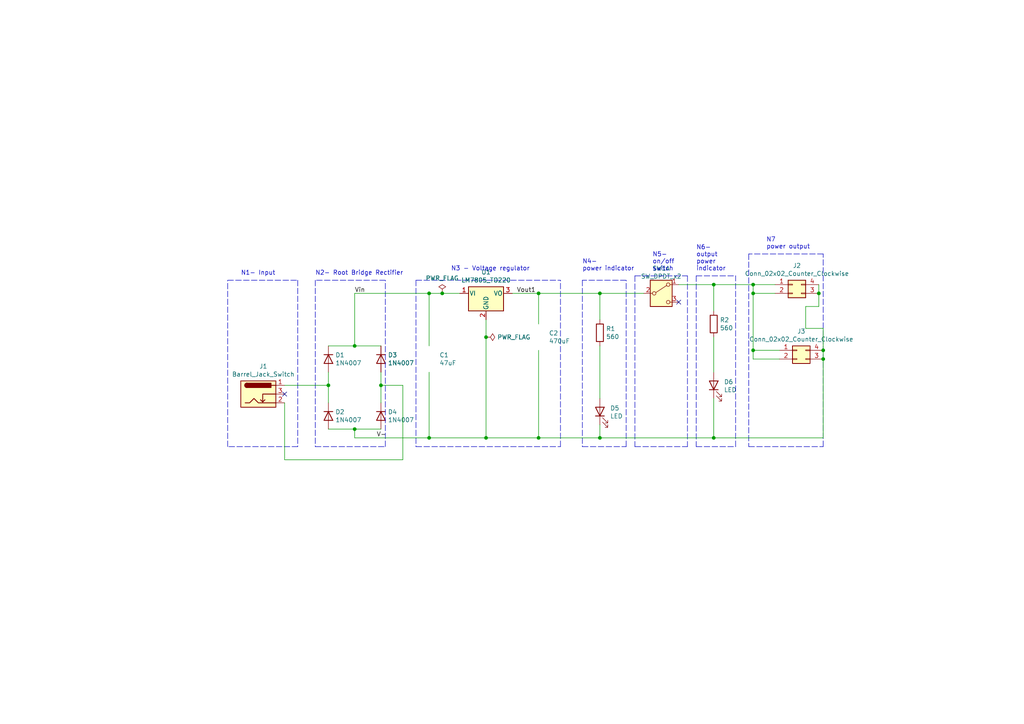
<source format=kicad_sch>
(kicad_sch
	(version 20250114)
	(generator "eeschema")
	(generator_version "9.0")
	(uuid "10b02dc8-7982-4905-b040-838504926ec3")
	(paper "A4")
	(title_block
		(title "Breadboard PW")
	)
	(lib_symbols
		(symbol "Connector:Barrel_Jack_Switch"
			(pin_names
				(hide yes)
			)
			(exclude_from_sim no)
			(in_bom yes)
			(on_board yes)
			(property "Reference" "J"
				(at 0 5.334 0)
				(effects
					(font
						(size 1.27 1.27)
					)
				)
			)
			(property "Value" "Barrel_Jack_Switch"
				(at 0 -5.08 0)
				(effects
					(font
						(size 1.27 1.27)
					)
				)
			)
			(property "Footprint" ""
				(at 1.27 -1.016 0)
				(effects
					(font
						(size 1.27 1.27)
					)
					(hide yes)
				)
			)
			(property "Datasheet" "~"
				(at 1.27 -1.016 0)
				(effects
					(font
						(size 1.27 1.27)
					)
					(hide yes)
				)
			)
			(property "Description" "DC Barrel Jack with an internal switch"
				(at 0 0 0)
				(effects
					(font
						(size 1.27 1.27)
					)
					(hide yes)
				)
			)
			(property "ki_keywords" "DC power barrel jack connector"
				(at 0 0 0)
				(effects
					(font
						(size 1.27 1.27)
					)
					(hide yes)
				)
			)
			(property "ki_fp_filters" "BarrelJack*"
				(at 0 0 0)
				(effects
					(font
						(size 1.27 1.27)
					)
					(hide yes)
				)
			)
			(symbol "Barrel_Jack_Switch_0_1"
				(rectangle
					(start -5.08 3.81)
					(end 5.08 -3.81)
					(stroke
						(width 0.254)
						(type default)
					)
					(fill
						(type background)
					)
				)
				(polyline
					(pts
						(xy -3.81 -2.54) (xy -2.54 -2.54) (xy -1.27 -1.27) (xy 0 -2.54) (xy 2.54 -2.54) (xy 5.08 -2.54)
					)
					(stroke
						(width 0.254)
						(type default)
					)
					(fill
						(type none)
					)
				)
				(arc
					(start -3.302 1.905)
					(mid -3.9343 2.54)
					(end -3.302 3.175)
					(stroke
						(width 0.254)
						(type default)
					)
					(fill
						(type none)
					)
				)
				(arc
					(start -3.302 1.905)
					(mid -3.9343 2.54)
					(end -3.302 3.175)
					(stroke
						(width 0.254)
						(type default)
					)
					(fill
						(type outline)
					)
				)
				(polyline
					(pts
						(xy 1.27 -2.286) (xy 1.905 -1.651)
					)
					(stroke
						(width 0.254)
						(type default)
					)
					(fill
						(type none)
					)
				)
				(rectangle
					(start 3.683 3.175)
					(end -3.302 1.905)
					(stroke
						(width 0.254)
						(type default)
					)
					(fill
						(type outline)
					)
				)
				(polyline
					(pts
						(xy 5.08 2.54) (xy 3.81 2.54)
					)
					(stroke
						(width 0.254)
						(type default)
					)
					(fill
						(type none)
					)
				)
				(polyline
					(pts
						(xy 5.08 0) (xy 1.27 0) (xy 1.27 -2.286) (xy 0.635 -1.651)
					)
					(stroke
						(width 0.254)
						(type default)
					)
					(fill
						(type none)
					)
				)
			)
			(symbol "Barrel_Jack_Switch_1_1"
				(pin passive line
					(at 7.62 2.54 180)
					(length 2.54)
					(name "~"
						(effects
							(font
								(size 1.27 1.27)
							)
						)
					)
					(number "1"
						(effects
							(font
								(size 1.27 1.27)
							)
						)
					)
				)
				(pin passive line
					(at 7.62 0 180)
					(length 2.54)
					(name "~"
						(effects
							(font
								(size 1.27 1.27)
							)
						)
					)
					(number "3"
						(effects
							(font
								(size 1.27 1.27)
							)
						)
					)
				)
				(pin passive line
					(at 7.62 -2.54 180)
					(length 2.54)
					(name "~"
						(effects
							(font
								(size 1.27 1.27)
							)
						)
					)
					(number "2"
						(effects
							(font
								(size 1.27 1.27)
							)
						)
					)
				)
			)
			(embedded_fonts no)
		)
		(symbol "Connector_Generic:Conn_02x02_Counter_Clockwise"
			(pin_names
				(offset 1.016)
				(hide yes)
			)
			(exclude_from_sim no)
			(in_bom yes)
			(on_board yes)
			(property "Reference" "J"
				(at 1.27 2.54 0)
				(effects
					(font
						(size 1.27 1.27)
					)
				)
			)
			(property "Value" "Conn_02x02_Counter_Clockwise"
				(at 1.27 -5.08 0)
				(effects
					(font
						(size 1.27 1.27)
					)
				)
			)
			(property "Footprint" ""
				(at 0 0 0)
				(effects
					(font
						(size 1.27 1.27)
					)
					(hide yes)
				)
			)
			(property "Datasheet" "~"
				(at 0 0 0)
				(effects
					(font
						(size 1.27 1.27)
					)
					(hide yes)
				)
			)
			(property "Description" "Generic connector, double row, 02x02, counter clockwise pin numbering scheme (similar to DIP package numbering), script generated (kicad-library-utils/schlib/autogen/connector/)"
				(at 0 0 0)
				(effects
					(font
						(size 1.27 1.27)
					)
					(hide yes)
				)
			)
			(property "ki_keywords" "connector"
				(at 0 0 0)
				(effects
					(font
						(size 1.27 1.27)
					)
					(hide yes)
				)
			)
			(property "ki_fp_filters" "Connector*:*_2x??_*"
				(at 0 0 0)
				(effects
					(font
						(size 1.27 1.27)
					)
					(hide yes)
				)
			)
			(symbol "Conn_02x02_Counter_Clockwise_1_1"
				(rectangle
					(start -1.27 1.27)
					(end 3.81 -3.81)
					(stroke
						(width 0.254)
						(type default)
					)
					(fill
						(type background)
					)
				)
				(rectangle
					(start -1.27 0.127)
					(end 0 -0.127)
					(stroke
						(width 0.1524)
						(type default)
					)
					(fill
						(type none)
					)
				)
				(rectangle
					(start -1.27 -2.413)
					(end 0 -2.667)
					(stroke
						(width 0.1524)
						(type default)
					)
					(fill
						(type none)
					)
				)
				(rectangle
					(start 3.81 0.127)
					(end 2.54 -0.127)
					(stroke
						(width 0.1524)
						(type default)
					)
					(fill
						(type none)
					)
				)
				(rectangle
					(start 3.81 -2.413)
					(end 2.54 -2.667)
					(stroke
						(width 0.1524)
						(type default)
					)
					(fill
						(type none)
					)
				)
				(pin passive line
					(at -5.08 0 0)
					(length 3.81)
					(name "Pin_1"
						(effects
							(font
								(size 1.27 1.27)
							)
						)
					)
					(number "1"
						(effects
							(font
								(size 1.27 1.27)
							)
						)
					)
				)
				(pin passive line
					(at -5.08 -2.54 0)
					(length 3.81)
					(name "Pin_2"
						(effects
							(font
								(size 1.27 1.27)
							)
						)
					)
					(number "2"
						(effects
							(font
								(size 1.27 1.27)
							)
						)
					)
				)
				(pin passive line
					(at 7.62 0 180)
					(length 3.81)
					(name "Pin_4"
						(effects
							(font
								(size 1.27 1.27)
							)
						)
					)
					(number "4"
						(effects
							(font
								(size 1.27 1.27)
							)
						)
					)
				)
				(pin passive line
					(at 7.62 -2.54 180)
					(length 3.81)
					(name "Pin_3"
						(effects
							(font
								(size 1.27 1.27)
							)
						)
					)
					(number "3"
						(effects
							(font
								(size 1.27 1.27)
							)
						)
					)
				)
			)
			(embedded_fonts no)
		)
		(symbol "Device:LED"
			(pin_numbers
				(hide yes)
			)
			(pin_names
				(offset 1.016)
				(hide yes)
			)
			(exclude_from_sim no)
			(in_bom yes)
			(on_board yes)
			(property "Reference" "D"
				(at 0 2.54 0)
				(effects
					(font
						(size 1.27 1.27)
					)
				)
			)
			(property "Value" "LED"
				(at 0 -2.54 0)
				(effects
					(font
						(size 1.27 1.27)
					)
				)
			)
			(property "Footprint" ""
				(at 0 0 0)
				(effects
					(font
						(size 1.27 1.27)
					)
					(hide yes)
				)
			)
			(property "Datasheet" "~"
				(at 0 0 0)
				(effects
					(font
						(size 1.27 1.27)
					)
					(hide yes)
				)
			)
			(property "Description" "Light emitting diode"
				(at 0 0 0)
				(effects
					(font
						(size 1.27 1.27)
					)
					(hide yes)
				)
			)
			(property "Sim.Pins" "1=K 2=A"
				(at 0 0 0)
				(effects
					(font
						(size 1.27 1.27)
					)
					(hide yes)
				)
			)
			(property "ki_keywords" "LED diode"
				(at 0 0 0)
				(effects
					(font
						(size 1.27 1.27)
					)
					(hide yes)
				)
			)
			(property "ki_fp_filters" "LED* LED_SMD:* LED_THT:*"
				(at 0 0 0)
				(effects
					(font
						(size 1.27 1.27)
					)
					(hide yes)
				)
			)
			(symbol "LED_0_1"
				(polyline
					(pts
						(xy -3.048 -0.762) (xy -4.572 -2.286) (xy -3.81 -2.286) (xy -4.572 -2.286) (xy -4.572 -1.524)
					)
					(stroke
						(width 0)
						(type default)
					)
					(fill
						(type none)
					)
				)
				(polyline
					(pts
						(xy -1.778 -0.762) (xy -3.302 -2.286) (xy -2.54 -2.286) (xy -3.302 -2.286) (xy -3.302 -1.524)
					)
					(stroke
						(width 0)
						(type default)
					)
					(fill
						(type none)
					)
				)
				(polyline
					(pts
						(xy -1.27 0) (xy 1.27 0)
					)
					(stroke
						(width 0)
						(type default)
					)
					(fill
						(type none)
					)
				)
				(polyline
					(pts
						(xy -1.27 -1.27) (xy -1.27 1.27)
					)
					(stroke
						(width 0.254)
						(type default)
					)
					(fill
						(type none)
					)
				)
				(polyline
					(pts
						(xy 1.27 -1.27) (xy 1.27 1.27) (xy -1.27 0) (xy 1.27 -1.27)
					)
					(stroke
						(width 0.254)
						(type default)
					)
					(fill
						(type none)
					)
				)
			)
			(symbol "LED_1_1"
				(pin passive line
					(at -3.81 0 0)
					(length 2.54)
					(name "K"
						(effects
							(font
								(size 1.27 1.27)
							)
						)
					)
					(number "1"
						(effects
							(font
								(size 1.27 1.27)
							)
						)
					)
				)
				(pin passive line
					(at 3.81 0 180)
					(length 2.54)
					(name "A"
						(effects
							(font
								(size 1.27 1.27)
							)
						)
					)
					(number "2"
						(effects
							(font
								(size 1.27 1.27)
							)
						)
					)
				)
			)
			(embedded_fonts no)
		)
		(symbol "Device:R"
			(pin_numbers
				(hide yes)
			)
			(pin_names
				(offset 0)
			)
			(exclude_from_sim no)
			(in_bom yes)
			(on_board yes)
			(property "Reference" "R"
				(at 2.032 0 90)
				(effects
					(font
						(size 1.27 1.27)
					)
				)
			)
			(property "Value" "R"
				(at 0 0 90)
				(effects
					(font
						(size 1.27 1.27)
					)
				)
			)
			(property "Footprint" ""
				(at -1.778 0 90)
				(effects
					(font
						(size 1.27 1.27)
					)
					(hide yes)
				)
			)
			(property "Datasheet" "~"
				(at 0 0 0)
				(effects
					(font
						(size 1.27 1.27)
					)
					(hide yes)
				)
			)
			(property "Description" "Resistor"
				(at 0 0 0)
				(effects
					(font
						(size 1.27 1.27)
					)
					(hide yes)
				)
			)
			(property "ki_keywords" "R res resistor"
				(at 0 0 0)
				(effects
					(font
						(size 1.27 1.27)
					)
					(hide yes)
				)
			)
			(property "ki_fp_filters" "R_*"
				(at 0 0 0)
				(effects
					(font
						(size 1.27 1.27)
					)
					(hide yes)
				)
			)
			(symbol "R_0_1"
				(rectangle
					(start -1.016 -2.54)
					(end 1.016 2.54)
					(stroke
						(width 0.254)
						(type default)
					)
					(fill
						(type none)
					)
				)
			)
			(symbol "R_1_1"
				(pin passive line
					(at 0 3.81 270)
					(length 1.27)
					(name "~"
						(effects
							(font
								(size 1.27 1.27)
							)
						)
					)
					(number "1"
						(effects
							(font
								(size 1.27 1.27)
							)
						)
					)
				)
				(pin passive line
					(at 0 -3.81 90)
					(length 1.27)
					(name "~"
						(effects
							(font
								(size 1.27 1.27)
							)
						)
					)
					(number "2"
						(effects
							(font
								(size 1.27 1.27)
							)
						)
					)
				)
			)
			(embedded_fonts no)
		)
		(symbol "Diode:1N4007"
			(pin_numbers
				(hide yes)
			)
			(pin_names
				(hide yes)
			)
			(exclude_from_sim no)
			(in_bom yes)
			(on_board yes)
			(property "Reference" "D"
				(at 0 2.54 0)
				(effects
					(font
						(size 1.27 1.27)
					)
				)
			)
			(property "Value" "1N4007"
				(at 0 -2.54 0)
				(effects
					(font
						(size 1.27 1.27)
					)
				)
			)
			(property "Footprint" "Diode_THT:D_DO-41_SOD81_P10.16mm_Horizontal"
				(at 0 -4.445 0)
				(effects
					(font
						(size 1.27 1.27)
					)
					(hide yes)
				)
			)
			(property "Datasheet" "http://www.vishay.com/docs/88503/1n4001.pdf"
				(at 0 0 0)
				(effects
					(font
						(size 1.27 1.27)
					)
					(hide yes)
				)
			)
			(property "Description" "1000V 1A General Purpose Rectifier Diode, DO-41"
				(at 0 0 0)
				(effects
					(font
						(size 1.27 1.27)
					)
					(hide yes)
				)
			)
			(property "Sim.Device" "D"
				(at 0 0 0)
				(effects
					(font
						(size 1.27 1.27)
					)
					(hide yes)
				)
			)
			(property "Sim.Pins" "1=K 2=A"
				(at 0 0 0)
				(effects
					(font
						(size 1.27 1.27)
					)
					(hide yes)
				)
			)
			(property "ki_keywords" "diode"
				(at 0 0 0)
				(effects
					(font
						(size 1.27 1.27)
					)
					(hide yes)
				)
			)
			(property "ki_fp_filters" "D*DO?41*"
				(at 0 0 0)
				(effects
					(font
						(size 1.27 1.27)
					)
					(hide yes)
				)
			)
			(symbol "1N4007_0_1"
				(polyline
					(pts
						(xy -1.27 1.27) (xy -1.27 -1.27)
					)
					(stroke
						(width 0.254)
						(type default)
					)
					(fill
						(type none)
					)
				)
				(polyline
					(pts
						(xy 1.27 1.27) (xy 1.27 -1.27) (xy -1.27 0) (xy 1.27 1.27)
					)
					(stroke
						(width 0.254)
						(type default)
					)
					(fill
						(type none)
					)
				)
				(polyline
					(pts
						(xy 1.27 0) (xy -1.27 0)
					)
					(stroke
						(width 0)
						(type default)
					)
					(fill
						(type none)
					)
				)
			)
			(symbol "1N4007_1_1"
				(pin passive line
					(at -3.81 0 0)
					(length 2.54)
					(name "K"
						(effects
							(font
								(size 1.27 1.27)
							)
						)
					)
					(number "1"
						(effects
							(font
								(size 1.27 1.27)
							)
						)
					)
				)
				(pin passive line
					(at 3.81 0 180)
					(length 2.54)
					(name "A"
						(effects
							(font
								(size 1.27 1.27)
							)
						)
					)
					(number "2"
						(effects
							(font
								(size 1.27 1.27)
							)
						)
					)
				)
			)
			(embedded_fonts no)
		)
		(symbol "Regulator_Linear:LM7805_TO220"
			(pin_names
				(offset 0.254)
			)
			(exclude_from_sim no)
			(in_bom yes)
			(on_board yes)
			(property "Reference" "U"
				(at -3.81 3.175 0)
				(effects
					(font
						(size 1.27 1.27)
					)
				)
			)
			(property "Value" "LM7805_TO220"
				(at 0 3.175 0)
				(effects
					(font
						(size 1.27 1.27)
					)
					(justify left)
				)
			)
			(property "Footprint" "Package_TO_SOT_THT:TO-220-3_Vertical"
				(at 0 5.715 0)
				(effects
					(font
						(size 1.27 1.27)
						(italic yes)
					)
					(hide yes)
				)
			)
			(property "Datasheet" "https://www.onsemi.cn/PowerSolutions/document/MC7800-D.PDF"
				(at 0 -1.27 0)
				(effects
					(font
						(size 1.27 1.27)
					)
					(hide yes)
				)
			)
			(property "Description" "Positive 1A 35V Linear Regulator, Fixed Output 5V, TO-220"
				(at 0 0 0)
				(effects
					(font
						(size 1.27 1.27)
					)
					(hide yes)
				)
			)
			(property "ki_keywords" "Voltage Regulator 1A Positive"
				(at 0 0 0)
				(effects
					(font
						(size 1.27 1.27)
					)
					(hide yes)
				)
			)
			(property "ki_fp_filters" "TO?220*"
				(at 0 0 0)
				(effects
					(font
						(size 1.27 1.27)
					)
					(hide yes)
				)
			)
			(symbol "LM7805_TO220_0_1"
				(rectangle
					(start -5.08 1.905)
					(end 5.08 -5.08)
					(stroke
						(width 0.254)
						(type default)
					)
					(fill
						(type background)
					)
				)
			)
			(symbol "LM7805_TO220_1_1"
				(pin power_in line
					(at -7.62 0 0)
					(length 2.54)
					(name "VI"
						(effects
							(font
								(size 1.27 1.27)
							)
						)
					)
					(number "1"
						(effects
							(font
								(size 1.27 1.27)
							)
						)
					)
				)
				(pin power_in line
					(at 0 -7.62 90)
					(length 2.54)
					(name "GND"
						(effects
							(font
								(size 1.27 1.27)
							)
						)
					)
					(number "2"
						(effects
							(font
								(size 1.27 1.27)
							)
						)
					)
				)
				(pin power_out line
					(at 7.62 0 180)
					(length 2.54)
					(name "VO"
						(effects
							(font
								(size 1.27 1.27)
							)
						)
					)
					(number "3"
						(effects
							(font
								(size 1.27 1.27)
							)
						)
					)
				)
			)
			(embedded_fonts no)
		)
		(symbol "Switch:SW_DPDT_x2"
			(pin_names
				(offset 0)
				(hide yes)
			)
			(exclude_from_sim no)
			(in_bom yes)
			(on_board yes)
			(property "Reference" "SW"
				(at 0 5.08 0)
				(effects
					(font
						(size 1.27 1.27)
					)
				)
			)
			(property "Value" "SW_DPDT_x2"
				(at 0 -5.08 0)
				(effects
					(font
						(size 1.27 1.27)
					)
				)
			)
			(property "Footprint" ""
				(at 0 0 0)
				(effects
					(font
						(size 1.27 1.27)
					)
					(hide yes)
				)
			)
			(property "Datasheet" "~"
				(at 0 0 0)
				(effects
					(font
						(size 1.27 1.27)
					)
					(hide yes)
				)
			)
			(property "Description" "Switch, dual pole double throw, separate symbols"
				(at 0 0 0)
				(effects
					(font
						(size 1.27 1.27)
					)
					(hide yes)
				)
			)
			(property "ki_keywords" "switch dual-pole double-throw DPDT spdt ON-ON"
				(at 0 0 0)
				(effects
					(font
						(size 1.27 1.27)
					)
					(hide yes)
				)
			)
			(property "ki_fp_filters" "SW*DPDT*"
				(at 0 0 0)
				(effects
					(font
						(size 1.27 1.27)
					)
					(hide yes)
				)
			)
			(symbol "SW_DPDT_x2_0_0"
				(circle
					(center -2.032 0)
					(radius 0.508)
					(stroke
						(width 0)
						(type default)
					)
					(fill
						(type none)
					)
				)
				(circle
					(center 2.032 -2.54)
					(radius 0.508)
					(stroke
						(width 0)
						(type default)
					)
					(fill
						(type none)
					)
				)
			)
			(symbol "SW_DPDT_x2_0_1"
				(rectangle
					(start -3.175 3.81)
					(end 3.175 -3.81)
					(stroke
						(width 0.254)
						(type default)
					)
					(fill
						(type background)
					)
				)
				(polyline
					(pts
						(xy -1.524 0.254) (xy 1.5748 2.286)
					)
					(stroke
						(width 0)
						(type default)
					)
					(fill
						(type none)
					)
				)
				(circle
					(center 2.032 2.54)
					(radius 0.508)
					(stroke
						(width 0)
						(type default)
					)
					(fill
						(type none)
					)
				)
			)
			(symbol "SW_DPDT_x2_1_1"
				(pin passive line
					(at -5.08 0 0)
					(length 2.54)
					(name "B"
						(effects
							(font
								(size 1.27 1.27)
							)
						)
					)
					(number "2"
						(effects
							(font
								(size 1.27 1.27)
							)
						)
					)
				)
				(pin passive line
					(at 5.08 2.54 180)
					(length 2.54)
					(name "A"
						(effects
							(font
								(size 1.27 1.27)
							)
						)
					)
					(number "1"
						(effects
							(font
								(size 1.27 1.27)
							)
						)
					)
				)
				(pin passive line
					(at 5.08 -2.54 180)
					(length 2.54)
					(name "C"
						(effects
							(font
								(size 1.27 1.27)
							)
						)
					)
					(number "3"
						(effects
							(font
								(size 1.27 1.27)
							)
						)
					)
				)
			)
			(symbol "SW_DPDT_x2_2_1"
				(pin passive line
					(at -5.08 0 0)
					(length 2.54)
					(name "B"
						(effects
							(font
								(size 1.27 1.27)
							)
						)
					)
					(number "5"
						(effects
							(font
								(size 1.27 1.27)
							)
						)
					)
				)
				(pin passive line
					(at 5.08 2.54 180)
					(length 2.54)
					(name "A"
						(effects
							(font
								(size 1.27 1.27)
							)
						)
					)
					(number "4"
						(effects
							(font
								(size 1.27 1.27)
							)
						)
					)
				)
				(pin passive line
					(at 5.08 -2.54 180)
					(length 2.54)
					(name "C"
						(effects
							(font
								(size 1.27 1.27)
							)
						)
					)
					(number "6"
						(effects
							(font
								(size 1.27 1.27)
							)
						)
					)
				)
			)
			(embedded_fonts no)
		)
		(symbol "power:PWR_FLAG"
			(power)
			(pin_numbers
				(hide yes)
			)
			(pin_names
				(offset 0)
				(hide yes)
			)
			(exclude_from_sim no)
			(in_bom yes)
			(on_board yes)
			(property "Reference" "#FLG"
				(at 0 1.905 0)
				(effects
					(font
						(size 1.27 1.27)
					)
					(hide yes)
				)
			)
			(property "Value" "PWR_FLAG"
				(at 0 3.81 0)
				(effects
					(font
						(size 1.27 1.27)
					)
				)
			)
			(property "Footprint" ""
				(at 0 0 0)
				(effects
					(font
						(size 1.27 1.27)
					)
					(hide yes)
				)
			)
			(property "Datasheet" "~"
				(at 0 0 0)
				(effects
					(font
						(size 1.27 1.27)
					)
					(hide yes)
				)
			)
			(property "Description" "Special symbol for telling ERC where power comes from"
				(at 0 0 0)
				(effects
					(font
						(size 1.27 1.27)
					)
					(hide yes)
				)
			)
			(property "ki_keywords" "flag power"
				(at 0 0 0)
				(effects
					(font
						(size 1.27 1.27)
					)
					(hide yes)
				)
			)
			(symbol "PWR_FLAG_0_0"
				(pin power_out line
					(at 0 0 90)
					(length 0)
					(name "~"
						(effects
							(font
								(size 1.27 1.27)
							)
						)
					)
					(number "1"
						(effects
							(font
								(size 1.27 1.27)
							)
						)
					)
				)
			)
			(symbol "PWR_FLAG_0_1"
				(polyline
					(pts
						(xy 0 0) (xy 0 1.27) (xy -1.016 1.905) (xy 0 2.54) (xy 1.016 1.905) (xy 0 1.27)
					)
					(stroke
						(width 0)
						(type default)
					)
					(fill
						(type none)
					)
				)
			)
			(embedded_fonts no)
		)
	)
	(text "N3 - Voltage regulator"
		(exclude_from_sim no)
		(at 130.81 78.74 0)
		(effects
			(font
				(size 1.27 1.27)
			)
			(justify left bottom)
		)
		(uuid "34d10f61-2daa-424c-90d5-859828da4063")
	)
	(text "N2- Root Bridge Rectifier\n"
		(exclude_from_sim no)
		(at 91.44 80.01 0)
		(effects
			(font
				(size 1.27 1.27)
			)
			(justify left bottom)
		)
		(uuid "366914c4-cedf-4022-9f09-f86574bcecd9")
	)
	(text "N7\npower output"
		(exclude_from_sim no)
		(at 222.25 72.39 0)
		(effects
			(font
				(size 1.27 1.27)
			)
			(justify left bottom)
		)
		(uuid "4327fc67-d95b-472a-9519-b3b8a3a7949f")
	)
	(text "N1- Input\n"
		(exclude_from_sim no)
		(at 69.85 80.01 0)
		(effects
			(font
				(size 1.27 1.27)
			)
			(justify left bottom)
		)
		(uuid "5133c657-5ce8-4d46-b0fb-d589ef132bfe")
	)
	(text "N6-\noutput\npower \nindicator"
		(exclude_from_sim no)
		(at 201.93 78.74 0)
		(effects
			(font
				(size 1.27 1.27)
			)
			(justify left bottom)
		)
		(uuid "59160430-df14-48c8-8743-f2c6ada252b2")
	)
	(text "N4-\npower indicator"
		(exclude_from_sim no)
		(at 168.91 78.74 0)
		(effects
			(font
				(size 1.27 1.27)
			)
			(justify left bottom)
		)
		(uuid "739ab381-8ca1-4064-b7fd-f28d233d1ece")
	)
	(text "N5- \non/off\nswitch"
		(exclude_from_sim no)
		(at 189.23 78.74 0)
		(effects
			(font
				(size 1.27 1.27)
			)
			(justify left bottom)
		)
		(uuid "efccdf24-16d5-423f-9775-56fa803bd7cc")
	)
	(junction
		(at 156.21 127)
		(diameter 0)
		(color 0 0 0 0)
		(uuid "04c674aa-4a26-444e-80b7-782a3a795793")
	)
	(junction
		(at 237.49 85.09)
		(diameter 0)
		(color 0 0 0 0)
		(uuid "17ffce8c-a5bd-4f89-ab2e-1a92f619f747")
	)
	(junction
		(at 207.01 127)
		(diameter 0)
		(color 0 0 0 0)
		(uuid "31bafc21-10f0-4c0e-b506-f8b0b50091d5")
	)
	(junction
		(at 110.49 111.76)
		(diameter 0)
		(color 0 0 0 0)
		(uuid "33e350dd-399c-44a4-bf32-45ca3e706a22")
	)
	(junction
		(at 128.27 85.09)
		(diameter 0)
		(color 0 0 0 0)
		(uuid "3bb780ee-3d4a-47af-bb9c-f76bbac61c63")
	)
	(junction
		(at 218.44 82.55)
		(diameter 0)
		(color 0 0 0 0)
		(uuid "54473e5e-5e82-4c4f-94f5-b09e3cb3bd38")
	)
	(junction
		(at 173.99 127)
		(diameter 0)
		(color 0 0 0 0)
		(uuid "66c026ff-5e49-49b7-bc45-2ebe40e69d33")
	)
	(junction
		(at 238.76 104.14)
		(diameter 0)
		(color 0 0 0 0)
		(uuid "75894726-75b2-4fff-96b7-8177d4b10e7b")
	)
	(junction
		(at 140.97 97.79)
		(diameter 0)
		(color 0 0 0 0)
		(uuid "7828c210-c8db-4585-ac0e-dbad31c6cbc7")
	)
	(junction
		(at 102.87 100.33)
		(diameter 0)
		(color 0 0 0 0)
		(uuid "7f248981-61d3-4078-a1af-f5bc23bac2a0")
	)
	(junction
		(at 140.97 127)
		(diameter 0)
		(color 0 0 0 0)
		(uuid "82d2bbc4-98e3-4462-bc07-c7dc9276c36e")
	)
	(junction
		(at 124.46 127)
		(diameter 0)
		(color 0 0 0 0)
		(uuid "8ae5e1bd-2b15-4f7f-ad9c-2a9a2a40d0e1")
	)
	(junction
		(at 218.44 101.6)
		(diameter 0)
		(color 0 0 0 0)
		(uuid "9bde1b3c-6dc0-4a07-ada7-dafc44aac535")
	)
	(junction
		(at 95.25 111.76)
		(diameter 0)
		(color 0 0 0 0)
		(uuid "a1e0f02e-230f-45aa-981d-2d5eee7f1459")
	)
	(junction
		(at 102.87 124.46)
		(diameter 0)
		(color 0 0 0 0)
		(uuid "a710d61e-5c73-44ed-8a8e-12b080126c8a")
	)
	(junction
		(at 238.76 101.6)
		(diameter 0)
		(color 0 0 0 0)
		(uuid "a77400da-2d86-4a2b-944c-b7b8cddc9b20")
	)
	(junction
		(at 173.99 85.09)
		(diameter 0)
		(color 0 0 0 0)
		(uuid "b70b71a0-e5d1-4533-83ff-df4357ce12c6")
	)
	(junction
		(at 156.21 85.09)
		(diameter 0)
		(color 0 0 0 0)
		(uuid "b9f61a0b-6f72-4d87-8031-6caa2cb90afe")
	)
	(junction
		(at 218.44 85.09)
		(diameter 0)
		(color 0 0 0 0)
		(uuid "c9fa33b0-06a5-483c-b106-dccc09c2eb5a")
	)
	(junction
		(at 124.46 85.09)
		(diameter 0)
		(color 0 0 0 0)
		(uuid "eb6e1887-0640-45d8-87f5-ff6ae68daea0")
	)
	(junction
		(at 207.01 82.55)
		(diameter 0)
		(color 0 0 0 0)
		(uuid "f88666b5-47f6-4c59-b95c-18b44908ef51")
	)
	(no_connect
		(at 196.85 87.63)
		(uuid "11f4c6b2-de2b-4091-9610-f25122602984")
	)
	(no_connect
		(at 82.55 114.3)
		(uuid "256ae08e-479e-4efa-b124-28054f00a13b")
	)
	(polyline
		(pts
			(xy 238.76 129.54) (xy 238.76 73.66)
		)
		(stroke
			(width 0)
			(type dash)
		)
		(uuid "05091bfa-428c-44e7-a462-dc241fe4518f")
	)
	(polyline
		(pts
			(xy 201.93 129.54) (xy 213.36 129.54)
		)
		(stroke
			(width 0)
			(type dash)
		)
		(uuid "0b03fcda-5e53-4f44-b9e7-9805ea8d9c39")
	)
	(polyline
		(pts
			(xy 199.39 80.01) (xy 199.39 129.54)
		)
		(stroke
			(width 0)
			(type dash)
		)
		(uuid "0ba4283d-3338-411c-816d-6f63ce90ec8e")
	)
	(polyline
		(pts
			(xy 184.15 80.01) (xy 184.15 129.54)
		)
		(stroke
			(width 0)
			(type dash)
		)
		(uuid "0ec58a3a-5699-4374-a174-cb15b9574eb0")
	)
	(polyline
		(pts
			(xy 213.36 129.54) (xy 213.36 80.01)
		)
		(stroke
			(width 0)
			(type dash)
		)
		(uuid "14584efd-6fb1-4e4c-b23d-52bf2c8da791")
	)
	(polyline
		(pts
			(xy 162.56 129.54) (xy 162.56 81.28)
		)
		(stroke
			(width 0)
			(type dash)
		)
		(uuid "14ac4f21-35d9-4bff-91d1-62bdd370ed55")
	)
	(wire
		(pts
			(xy 218.44 82.55) (xy 207.01 82.55)
		)
		(stroke
			(width 0)
			(type default)
		)
		(uuid "1682dc4a-cb00-4d85-894f-1bbaa055530d")
	)
	(wire
		(pts
			(xy 116.84 111.76) (xy 116.84 133.35)
		)
		(stroke
			(width 0)
			(type default)
		)
		(uuid "16e7d593-25da-4772-bec8-30515aa8a6d1")
	)
	(wire
		(pts
			(xy 218.44 104.14) (xy 226.06 104.14)
		)
		(stroke
			(width 0)
			(type default)
		)
		(uuid "1720eba7-88f8-45d0-88f2-decb6db81c28")
	)
	(wire
		(pts
			(xy 173.99 85.09) (xy 156.21 85.09)
		)
		(stroke
			(width 0)
			(type default)
		)
		(uuid "1805ca16-478b-4214-acab-559f3e905069")
	)
	(wire
		(pts
			(xy 140.97 127) (xy 124.46 127)
		)
		(stroke
			(width 0)
			(type default)
		)
		(uuid "1a354386-a3ba-4a03-a8e2-365cba98b212")
	)
	(polyline
		(pts
			(xy 168.91 129.54) (xy 181.61 129.54)
		)
		(stroke
			(width 0)
			(type dash)
		)
		(uuid "1b391f57-d210-4604-84dd-75d5b6254601")
	)
	(wire
		(pts
			(xy 173.99 85.09) (xy 186.69 85.09)
		)
		(stroke
			(width 0)
			(type default)
		)
		(uuid "1e010868-4ae7-4fd4-b76d-8ae80321e42f")
	)
	(polyline
		(pts
			(xy 120.65 81.28) (xy 162.56 81.28)
		)
		(stroke
			(width 0)
			(type dash)
		)
		(uuid "2b2a2907-4cf2-44d8-b56c-d9b070dedaf1")
	)
	(polyline
		(pts
			(xy 86.36 81.28) (xy 86.36 129.54)
		)
		(stroke
			(width 0)
			(type dash)
		)
		(uuid "2bab5df7-e0b5-4149-b279-932c0d941ba9")
	)
	(wire
		(pts
			(xy 95.25 124.46) (xy 102.87 124.46)
		)
		(stroke
			(width 0)
			(type default)
		)
		(uuid "2f6a7d80-739c-4dc4-892f-a6698dc71933")
	)
	(wire
		(pts
			(xy 173.99 100.33) (xy 173.99 115.57)
		)
		(stroke
			(width 0)
			(type default)
		)
		(uuid "3292e1e4-9574-40a4-949e-95cf570b9519")
	)
	(wire
		(pts
			(xy 140.97 97.79) (xy 140.97 127)
		)
		(stroke
			(width 0)
			(type default)
		)
		(uuid "35b81c10-f581-47e6-a65f-1176144d9e0b")
	)
	(wire
		(pts
			(xy 156.21 127) (xy 140.97 127)
		)
		(stroke
			(width 0)
			(type default)
		)
		(uuid "36f243c2-42aa-4a00-a704-27d725698142")
	)
	(wire
		(pts
			(xy 238.76 101.6) (xy 238.76 95.25)
		)
		(stroke
			(width 0)
			(type default)
		)
		(uuid "3b834d0c-db13-4801-9b1c-3b96cb789451")
	)
	(wire
		(pts
			(xy 82.55 111.76) (xy 95.25 111.76)
		)
		(stroke
			(width 0)
			(type default)
		)
		(uuid "3bf3bbb1-f3bd-4a09-945c-dba837f16b12")
	)
	(wire
		(pts
			(xy 148.59 85.09) (xy 156.21 85.09)
		)
		(stroke
			(width 0)
			(type default)
		)
		(uuid "3fe173a3-113f-456c-a46a-bb34a9d27dee")
	)
	(wire
		(pts
			(xy 156.21 101.6) (xy 156.21 127)
		)
		(stroke
			(width 0)
			(type default)
		)
		(uuid "4438c578-4f6d-48c5-a3ae-401c6ad591d4")
	)
	(wire
		(pts
			(xy 218.44 85.09) (xy 218.44 82.55)
		)
		(stroke
			(width 0)
			(type default)
		)
		(uuid "46b09c2a-6b5a-479b-9159-a5a5f5b117a6")
	)
	(wire
		(pts
			(xy 116.84 133.35) (xy 82.55 133.35)
		)
		(stroke
			(width 0)
			(type default)
		)
		(uuid "47e15493-b8be-420c-bc08-971ea1984a95")
	)
	(polyline
		(pts
			(xy 91.44 129.54) (xy 111.76 129.54)
		)
		(stroke
			(width 0)
			(type dash)
		)
		(uuid "492a3ae7-1c95-45d3-9a92-6fd99386145f")
	)
	(wire
		(pts
			(xy 102.87 124.46) (xy 110.49 124.46)
		)
		(stroke
			(width 0)
			(type default)
		)
		(uuid "4d6b2ad4-3206-466b-9a91-b46bb33b9b24")
	)
	(polyline
		(pts
			(xy 201.93 80.01) (xy 201.93 129.54)
		)
		(stroke
			(width 0)
			(type dash)
		)
		(uuid "4e970126-f7ec-4762-93f4-11123cdb3312")
	)
	(wire
		(pts
			(xy 124.46 127) (xy 124.46 107.95)
		)
		(stroke
			(width 0)
			(type default)
		)
		(uuid "4fec03ea-450b-44ec-b4b1-fe245258948c")
	)
	(wire
		(pts
			(xy 218.44 101.6) (xy 218.44 104.14)
		)
		(stroke
			(width 0)
			(type default)
		)
		(uuid "5578262d-0f84-4803-aa9f-6fd76bf10ad8")
	)
	(wire
		(pts
			(xy 95.25 107.95) (xy 95.25 111.76)
		)
		(stroke
			(width 0)
			(type default)
		)
		(uuid "560e2117-c93e-4247-8886-b97da75fcb8f")
	)
	(polyline
		(pts
			(xy 86.36 129.54) (xy 66.04 129.54)
		)
		(stroke
			(width 0)
			(type dash)
		)
		(uuid "59999582-7362-4d7e-97c8-d2adb560426f")
	)
	(wire
		(pts
			(xy 233.68 88.9) (xy 237.49 88.9)
		)
		(stroke
			(width 0)
			(type default)
		)
		(uuid "5e2bdcc2-5ddd-402a-8ade-7b0f40b414cb")
	)
	(wire
		(pts
			(xy 102.87 100.33) (xy 110.49 100.33)
		)
		(stroke
			(width 0)
			(type default)
		)
		(uuid "5f056c24-e139-4f5c-91de-d0dd9737f3f9")
	)
	(polyline
		(pts
			(xy 120.65 129.54) (xy 162.56 129.54)
		)
		(stroke
			(width 0)
			(type dash)
		)
		(uuid "618fe8bd-05c0-4e36-a577-4ebe2ffc365f")
	)
	(wire
		(pts
			(xy 102.87 127) (xy 124.46 127)
		)
		(stroke
			(width 0)
			(type default)
		)
		(uuid "62690a34-4679-42de-a5cc-bc55c2adae11")
	)
	(wire
		(pts
			(xy 82.55 133.35) (xy 82.55 116.84)
		)
		(stroke
			(width 0)
			(type default)
		)
		(uuid "6281e373-2890-4513-886b-b2d7ad8b6f99")
	)
	(wire
		(pts
			(xy 173.99 123.19) (xy 173.99 127)
		)
		(stroke
			(width 0)
			(type default)
		)
		(uuid "62945506-e09e-4172-a2d0-26ac17320f2e")
	)
	(wire
		(pts
			(xy 124.46 85.09) (xy 102.87 85.09)
		)
		(stroke
			(width 0)
			(type default)
		)
		(uuid "65cc1065-cae9-4dcc-a992-700e01e75fc5")
	)
	(wire
		(pts
			(xy 237.49 88.9) (xy 237.49 85.09)
		)
		(stroke
			(width 0)
			(type default)
		)
		(uuid "66426007-5856-409d-831d-d75dddbf7eca")
	)
	(polyline
		(pts
			(xy 111.76 129.54) (xy 111.76 81.28)
		)
		(stroke
			(width 0)
			(type dash)
		)
		(uuid "66e0b788-1563-43ee-85a0-20f07e883584")
	)
	(polyline
		(pts
			(xy 181.61 129.54) (xy 181.61 81.28)
		)
		(stroke
			(width 0)
			(type dash)
		)
		(uuid "6fe9cbec-34c2-4dc9-9496-f6fbfa27a9c0")
	)
	(wire
		(pts
			(xy 224.79 85.09) (xy 218.44 85.09)
		)
		(stroke
			(width 0)
			(type default)
		)
		(uuid "7105b5c5-e457-4c80-881b-33b56eef9742")
	)
	(wire
		(pts
			(xy 124.46 100.33) (xy 124.46 85.09)
		)
		(stroke
			(width 0)
			(type default)
		)
		(uuid "74175ca5-1841-49aa-8d55-a73eabaa9437")
	)
	(wire
		(pts
			(xy 102.87 85.09) (xy 102.87 100.33)
		)
		(stroke
			(width 0)
			(type default)
		)
		(uuid "7663746b-11eb-43fb-a4d5-b162a2b65e68")
	)
	(polyline
		(pts
			(xy 66.04 129.54) (xy 66.04 81.28)
		)
		(stroke
			(width 0)
			(type dash)
		)
		(uuid "7b5359f1-6099-47eb-9ee8-3832d633f9f8")
	)
	(polyline
		(pts
			(xy 181.61 81.28) (xy 168.91 81.28)
		)
		(stroke
			(width 0)
			(type dash)
		)
		(uuid "7c1e1b11-c516-4c3b-909a-63fe2671ab3a")
	)
	(wire
		(pts
			(xy 237.49 82.55) (xy 237.49 85.09)
		)
		(stroke
			(width 0)
			(type default)
		)
		(uuid "800aca6b-5315-4eaf-9dba-fbb2a92df0f2")
	)
	(wire
		(pts
			(xy 196.85 82.55) (xy 207.01 82.55)
		)
		(stroke
			(width 0)
			(type default)
		)
		(uuid "80f921df-57a5-4e97-afa4-66be4c3b29cb")
	)
	(wire
		(pts
			(xy 226.06 101.6) (xy 218.44 101.6)
		)
		(stroke
			(width 0)
			(type default)
		)
		(uuid "82a452bb-223a-4435-88ce-0c88f83ebc3c")
	)
	(polyline
		(pts
			(xy 120.65 81.28) (xy 120.65 129.54)
		)
		(stroke
			(width 0)
			(type dash)
		)
		(uuid "82fc89ff-bb0e-4165-af25-bb994cfd189c")
	)
	(polyline
		(pts
			(xy 184.15 129.54) (xy 199.39 129.54)
		)
		(stroke
			(width 0)
			(type dash)
		)
		(uuid "8337b262-9e17-4111-b39f-ed956c70b763")
	)
	(wire
		(pts
			(xy 110.49 111.76) (xy 110.49 116.84)
		)
		(stroke
			(width 0)
			(type default)
		)
		(uuid "8543b119-0aca-4e1c-9994-87b710dfab47")
	)
	(wire
		(pts
			(xy 218.44 85.09) (xy 218.44 101.6)
		)
		(stroke
			(width 0)
			(type default)
		)
		(uuid "876e9538-61d4-4388-8c02-5212893af8d8")
	)
	(wire
		(pts
			(xy 238.76 127) (xy 207.01 127)
		)
		(stroke
			(width 0)
			(type default)
		)
		(uuid "8c6ae265-5db3-4b01-915a-6f8351d5dfc6")
	)
	(polyline
		(pts
			(xy 66.04 81.28) (xy 86.36 81.28)
		)
		(stroke
			(width 0)
			(type dash)
		)
		(uuid "92b7e65f-a18e-4034-b051-d5c264fbbc5f")
	)
	(wire
		(pts
			(xy 128.27 85.09) (xy 124.46 85.09)
		)
		(stroke
			(width 0)
			(type default)
		)
		(uuid "9798f6df-8156-4192-bdb0-711e59dd9d7d")
	)
	(wire
		(pts
			(xy 102.87 124.46) (xy 102.87 127)
		)
		(stroke
			(width 0)
			(type default)
		)
		(uuid "98f50836-886c-4465-8f48-bb413aca8578")
	)
	(wire
		(pts
			(xy 173.99 127) (xy 207.01 127)
		)
		(stroke
			(width 0)
			(type default)
		)
		(uuid "9ac1fa83-0302-476f-9c00-e61b45603948")
	)
	(polyline
		(pts
			(xy 184.15 80.01) (xy 199.39 80.01)
		)
		(stroke
			(width 0)
			(type dash)
		)
		(uuid "9c14d569-a859-4c14-ae74-fb6c9d0cc536")
	)
	(wire
		(pts
			(xy 173.99 127) (xy 156.21 127)
		)
		(stroke
			(width 0)
			(type default)
		)
		(uuid "a45dd2f3-4dfa-45f4-bf61-20b44629bcb8")
	)
	(wire
		(pts
			(xy 207.01 82.55) (xy 207.01 90.17)
		)
		(stroke
			(width 0)
			(type default)
		)
		(uuid "a6ea86d2-62b9-41fe-8c60-ea09f4028efc")
	)
	(wire
		(pts
			(xy 95.25 100.33) (xy 102.87 100.33)
		)
		(stroke
			(width 0)
			(type default)
		)
		(uuid "ad28b77d-6135-4891-9e2f-86e52c3d8000")
	)
	(wire
		(pts
			(xy 140.97 92.71) (xy 140.97 97.79)
		)
		(stroke
			(width 0)
			(type default)
		)
		(uuid "aea34ad9-cac5-465f-9ab1-bc0628eadcb7")
	)
	(polyline
		(pts
			(xy 217.17 129.54) (xy 238.76 129.54)
		)
		(stroke
			(width 0)
			(type dash)
		)
		(uuid "b2c6b1cb-a963-4ce9-bdbf-e622f5aa3f10")
	)
	(polyline
		(pts
			(xy 168.91 81.28) (xy 168.91 129.54)
		)
		(stroke
			(width 0)
			(type dash)
		)
		(uuid "b376bbfc-0dd2-432a-97a9-d778cb21d4d9")
	)
	(polyline
		(pts
			(xy 217.17 73.66) (xy 217.17 129.54)
		)
		(stroke
			(width 0)
			(type dash)
		)
		(uuid "bff0e0b6-80e0-49b6-9444-04f4d7309289")
	)
	(wire
		(pts
			(xy 224.79 82.55) (xy 218.44 82.55)
		)
		(stroke
			(width 0)
			(type default)
		)
		(uuid "c1456451-1769-4990-98db-10564e51322c")
	)
	(wire
		(pts
			(xy 238.76 104.14) (xy 238.76 127)
		)
		(stroke
			(width 0)
			(type default)
		)
		(uuid "c77d352b-e863-43b6-a669-cf8f85dc71b5")
	)
	(wire
		(pts
			(xy 110.49 111.76) (xy 116.84 111.76)
		)
		(stroke
			(width 0)
			(type default)
		)
		(uuid "c8268255-d6c7-437f-9002-784f74cd2ae4")
	)
	(wire
		(pts
			(xy 110.49 107.95) (xy 110.49 111.76)
		)
		(stroke
			(width 0)
			(type default)
		)
		(uuid "cb4b3fc4-48fd-4f76-bded-ff7cfa624987")
	)
	(wire
		(pts
			(xy 238.76 101.6) (xy 238.76 104.14)
		)
		(stroke
			(width 0)
			(type default)
		)
		(uuid "cc72b8dc-9a13-4735-8018-5d6775c84df6")
	)
	(wire
		(pts
			(xy 95.25 111.76) (xy 95.25 116.84)
		)
		(stroke
			(width 0)
			(type default)
		)
		(uuid "ced9aeae-d907-4fa7-8be6-fcd3ee5ca207")
	)
	(wire
		(pts
			(xy 233.68 95.25) (xy 233.68 88.9)
		)
		(stroke
			(width 0)
			(type default)
		)
		(uuid "d05db44e-e0b2-49e4-9574-6ca492836054")
	)
	(polyline
		(pts
			(xy 201.93 80.01) (xy 213.36 80.01)
		)
		(stroke
			(width 0)
			(type dash)
		)
		(uuid "d2440f3a-9c25-4483-8546-489a71876493")
	)
	(polyline
		(pts
			(xy 238.76 73.66) (xy 217.17 73.66)
		)
		(stroke
			(width 0)
			(type dash)
		)
		(uuid "d331573f-7d40-45f9-abfa-7bf231b366d5")
	)
	(wire
		(pts
			(xy 156.21 85.09) (xy 156.21 93.98)
		)
		(stroke
			(width 0)
			(type default)
		)
		(uuid "d37aa1ef-bc64-4de1-a241-1a36eb0e758a")
	)
	(wire
		(pts
			(xy 173.99 92.71) (xy 173.99 85.09)
		)
		(stroke
			(width 0)
			(type default)
		)
		(uuid "d4c60ba6-9cd4-4668-aa88-3b56307fe8a8")
	)
	(polyline
		(pts
			(xy 111.76 81.28) (xy 91.44 81.28)
		)
		(stroke
			(width 0)
			(type dash)
		)
		(uuid "dd1c9428-2e34-48ac-9023-c64e9db601dd")
	)
	(wire
		(pts
			(xy 133.35 85.09) (xy 128.27 85.09)
		)
		(stroke
			(width 0)
			(type default)
		)
		(uuid "dd8f1649-5419-4ba2-9124-08dd0af3b453")
	)
	(wire
		(pts
			(xy 207.01 115.57) (xy 207.01 127)
		)
		(stroke
			(width 0)
			(type default)
		)
		(uuid "e1cf03b8-d704-4381-b03f-7db0fe79a89c")
	)
	(polyline
		(pts
			(xy 91.44 81.28) (xy 91.44 129.54)
		)
		(stroke
			(width 0)
			(type dash)
		)
		(uuid "e244fb2c-4cdd-476e-b5b1-4e2a31574f74")
	)
	(wire
		(pts
			(xy 207.01 97.79) (xy 207.01 107.95)
		)
		(stroke
			(width 0)
			(type default)
		)
		(uuid "e45554ae-8baa-4f07-b3f8-ce22f362be5f")
	)
	(wire
		(pts
			(xy 238.76 95.25) (xy 233.68 95.25)
		)
		(stroke
			(width 0)
			(type default)
		)
		(uuid "f3fb6394-e78e-4592-b2a1-143f5be282e5")
	)
	(label "Vout1"
		(at 149.86 85.09 0)
		(effects
			(font
				(size 1.27 1.27)
			)
			(justify left bottom)
		)
		(uuid "7888eb37-13e7-49b7-941b-351d312018c1")
	)
	(label "Vin"
		(at 102.87 85.09 0)
		(effects
			(font
				(size 1.27 1.27)
			)
			(justify left bottom)
		)
		(uuid "817a73bc-a2be-4fe4-ace9-09d14c1732ec")
	)
	(label "V-"
		(at 109.22 127 0)
		(effects
			(font
				(size 1.27 1.27)
			)
			(justify left bottom)
		)
		(uuid "ed9addec-7216-4aa9-80ed-51f549418ca2")
	)
	(symbol
		(lib_id "Device:CP")
		(at 124.46 104.14 0)
		(unit 1)
		(exclude_from_sim no)
		(in_bom yes)
		(on_board yes)
		(dnp no)
		(uuid "00000000-0000-0000-0000-00005fa36f15")
		(property "Reference" "C1"
			(at 127.4572 102.9716 0)
			(effects
				(font
					(size 1.27 1.27)
				)
				(justify left)
			)
		)
		(property "Value" "47uF"
			(at 127.4572 105.283 0)
			(effects
				(font
					(size 1.27 1.27)
				)
				(justify left)
			)
		)
		(property "Footprint" "Capacitor_SMD:C_1812_4532Metric"
			(at 125.4252 107.95 0)
			(effects
				(font
					(size 1.27 1.27)
				)
				(hide yes)
			)
		)
		(property "Datasheet" "~"
			(at 124.46 104.14 0)
			(effects
				(font
					(size 1.27 1.27)
				)
				(hide yes)
			)
		)
		(property "Description" ""
			(at 124.46 104.14 0)
			(effects
				(font
					(size 1.27 1.27)
				)
			)
		)
		(instances
			(project ""
				(path "/10b02dc8-7982-4905-b040-838504926ec3"
					(reference "C1")
					(unit 1)
				)
			)
		)
	)
	(symbol
		(lib_id "Device:CP")
		(at 156.21 97.79 0)
		(unit 1)
		(exclude_from_sim no)
		(in_bom yes)
		(on_board yes)
		(dnp no)
		(uuid "00000000-0000-0000-0000-00005fa374cd")
		(property "Reference" "C2"
			(at 159.2072 96.6216 0)
			(effects
				(font
					(size 1.27 1.27)
				)
				(justify left)
			)
		)
		(property "Value" "470uF"
			(at 159.2072 98.933 0)
			(effects
				(font
					(size 1.27 1.27)
				)
				(justify left)
			)
		)
		(property "Footprint" "Capacitor_SMD:C_1812_4532Metric"
			(at 157.1752 101.6 0)
			(effects
				(font
					(size 1.27 1.27)
				)
				(hide yes)
			)
		)
		(property "Datasheet" "~"
			(at 156.21 97.79 0)
			(effects
				(font
					(size 1.27 1.27)
				)
				(hide yes)
			)
		)
		(property "Description" ""
			(at 156.21 97.79 0)
			(effects
				(font
					(size 1.27 1.27)
				)
			)
		)
		(instances
			(project ""
				(path "/10b02dc8-7982-4905-b040-838504926ec3"
					(reference "C2")
					(unit 1)
				)
			)
		)
	)
	(symbol
		(lib_id "Device:R")
		(at 207.01 93.98 0)
		(unit 1)
		(exclude_from_sim no)
		(in_bom yes)
		(on_board yes)
		(dnp no)
		(uuid "00000000-0000-0000-0000-00005fa382c6")
		(property "Reference" "R2"
			(at 208.788 92.8116 0)
			(effects
				(font
					(size 1.27 1.27)
				)
				(justify left)
			)
		)
		(property "Value" "560"
			(at 208.788 95.123 0)
			(effects
				(font
					(size 1.27 1.27)
				)
				(justify left)
			)
		)
		(property "Footprint" "Resistor_SMD:R_1206_3216Metric"
			(at 205.232 93.98 90)
			(effects
				(font
					(size 1.27 1.27)
				)
				(hide yes)
			)
		)
		(property "Datasheet" "~"
			(at 207.01 93.98 0)
			(effects
				(font
					(size 1.27 1.27)
				)
				(hide yes)
			)
		)
		(property "Description" ""
			(at 207.01 93.98 0)
			(effects
				(font
					(size 1.27 1.27)
				)
			)
		)
		(pin "1"
			(uuid "da9f191a-26f9-4b7d-af9f-d4e2a261b752")
		)
		(pin "2"
			(uuid "51a72842-32ce-4a17-8bdb-0ac469aeaf7e")
		)
		(instances
			(project ""
				(path "/10b02dc8-7982-4905-b040-838504926ec3"
					(reference "R2")
					(unit 1)
				)
			)
		)
	)
	(symbol
		(lib_id "Regulator_Linear:LM7805_TO220")
		(at 140.97 85.09 0)
		(unit 1)
		(exclude_from_sim no)
		(in_bom yes)
		(on_board yes)
		(dnp no)
		(uuid "00000000-0000-0000-0000-00005fa39676")
		(property "Reference" "U1"
			(at 140.97 78.9432 0)
			(effects
				(font
					(size 1.27 1.27)
				)
			)
		)
		(property "Value" "LM7805_TO220"
			(at 140.97 81.2546 0)
			(effects
				(font
					(size 1.27 1.27)
				)
			)
		)
		(property "Footprint" "Package_TO_SOT_SMD:TO-252-2"
			(at 140.97 79.375 0)
			(effects
				(font
					(size 1.27 1.27)
					(italic yes)
				)
				(hide yes)
			)
		)
		(property "Datasheet" "http://www.fairchildsemi.com/ds/LM/LM7805.pdf"
			(at 140.97 86.36 0)
			(effects
				(font
					(size 1.27 1.27)
				)
				(hide yes)
			)
		)
		(property "Description" ""
			(at 140.97 85.09 0)
			(effects
				(font
					(size 1.27 1.27)
				)
			)
		)
		(pin "1"
			(uuid "cf94fe43-0669-4bcc-9c57-00213c2a9648")
		)
		(pin "2"
			(uuid "85c4cb03-085a-484e-8b40-bffbd33d1254")
		)
		(pin "3"
			(uuid "989cf7b5-3d92-4255-91fe-7e1725fb3b85")
		)
		(instances
			(project ""
				(path "/10b02dc8-7982-4905-b040-838504926ec3"
					(reference "U1")
					(unit 1)
				)
			)
		)
	)
	(symbol
		(lib_id "Diode:1N4007")
		(at 95.25 120.65 270)
		(unit 1)
		(exclude_from_sim no)
		(in_bom yes)
		(on_board yes)
		(dnp no)
		(uuid "00000000-0000-0000-0000-00005fa3d957")
		(property "Reference" "D2"
			(at 97.2566 119.4816 90)
			(effects
				(font
					(size 1.27 1.27)
				)
				(justify left)
			)
		)
		(property "Value" "1N4007"
			(at 97.2566 121.793 90)
			(effects
				(font
					(size 1.27 1.27)
				)
				(justify left)
			)
		)
		(property "Footprint" "Diode_SMD:D_2010_5025Metric"
			(at 90.805 120.65 0)
			(effects
				(font
					(size 1.27 1.27)
				)
				(hide yes)
			)
		)
		(property "Datasheet" "http://www.vishay.com/docs/88503/1n4001.pdf"
			(at 95.25 120.65 0)
			(effects
				(font
					(size 1.27 1.27)
				)
				(hide yes)
			)
		)
		(property "Description" ""
			(at 95.25 120.65 0)
			(effects
				(font
					(size 1.27 1.27)
				)
			)
		)
		(pin "1"
			(uuid "c41eda29-9769-4692-bb03-79aadf95655b")
		)
		(pin "2"
			(uuid "df4b0cc5-13a3-4e82-aca4-3e4dba563839")
		)
		(instances
			(project ""
				(path "/10b02dc8-7982-4905-b040-838504926ec3"
					(reference "D2")
					(unit 1)
				)
			)
		)
	)
	(symbol
		(lib_id "Diode:1N4007")
		(at 110.49 120.65 270)
		(unit 1)
		(exclude_from_sim no)
		(in_bom yes)
		(on_board yes)
		(dnp no)
		(uuid "00000000-0000-0000-0000-00005fa3e66c")
		(property "Reference" "D4"
			(at 112.4966 119.4816 90)
			(effects
				(font
					(size 1.27 1.27)
				)
				(justify left)
			)
		)
		(property "Value" "1N4007"
			(at 112.4966 121.793 90)
			(effects
				(font
					(size 1.27 1.27)
				)
				(justify left)
			)
		)
		(property "Footprint" "Diode_SMD:D_2010_5025Metric"
			(at 106.045 120.65 0)
			(effects
				(font
					(size 1.27 1.27)
				)
				(hide yes)
			)
		)
		(property "Datasheet" "http://www.vishay.com/docs/88503/1n4001.pdf"
			(at 110.49 120.65 0)
			(effects
				(font
					(size 1.27 1.27)
				)
				(hide yes)
			)
		)
		(property "Description" ""
			(at 110.49 120.65 0)
			(effects
				(font
					(size 1.27 1.27)
				)
			)
		)
		(pin "2"
			(uuid "825e0533-ad0b-4b0f-881d-783b84712ef7")
		)
		(pin "1"
			(uuid "7860edd1-c46a-4933-9296-878845b0c6ae")
		)
		(instances
			(project ""
				(path "/10b02dc8-7982-4905-b040-838504926ec3"
					(reference "D4")
					(unit 1)
				)
			)
		)
	)
	(symbol
		(lib_id "Diode:1N4007")
		(at 110.49 104.14 270)
		(unit 1)
		(exclude_from_sim no)
		(in_bom yes)
		(on_board yes)
		(dnp no)
		(uuid "00000000-0000-0000-0000-00005fa3ef61")
		(property "Reference" "D3"
			(at 112.4966 102.9716 90)
			(effects
				(font
					(size 1.27 1.27)
				)
				(justify left)
			)
		)
		(property "Value" "1N4007"
			(at 112.4966 105.283 90)
			(effects
				(font
					(size 1.27 1.27)
				)
				(justify left)
			)
		)
		(property "Footprint" "Diode_SMD:D_2010_5025Metric"
			(at 106.045 104.14 0)
			(effects
				(font
					(size 1.27 1.27)
				)
				(hide yes)
			)
		)
		(property "Datasheet" "http://www.vishay.com/docs/88503/1n4001.pdf"
			(at 110.49 104.14 0)
			(effects
				(font
					(size 1.27 1.27)
				)
				(hide yes)
			)
		)
		(property "Description" ""
			(at 110.49 104.14 0)
			(effects
				(font
					(size 1.27 1.27)
				)
			)
		)
		(pin "2"
			(uuid "a85a6290-b4e8-41cc-a534-6238460068d5")
		)
		(pin "1"
			(uuid "25b1a71c-ab0d-4b86-9f11-89fcd5910667")
		)
		(instances
			(project ""
				(path "/10b02dc8-7982-4905-b040-838504926ec3"
					(reference "D3")
					(unit 1)
				)
			)
		)
	)
	(symbol
		(lib_id "Diode:1N4007")
		(at 95.25 104.14 270)
		(unit 1)
		(exclude_from_sim no)
		(in_bom yes)
		(on_board yes)
		(dnp no)
		(uuid "00000000-0000-0000-0000-00005fa3f998")
		(property "Reference" "D1"
			(at 97.2566 102.9716 90)
			(effects
				(font
					(size 1.27 1.27)
				)
				(justify left)
			)
		)
		(property "Value" "1N4007"
			(at 97.2566 105.283 90)
			(effects
				(font
					(size 1.27 1.27)
				)
				(justify left)
			)
		)
		(property "Footprint" "Diode_SMD:D_2010_5025Metric"
			(at 90.805 104.14 0)
			(effects
				(font
					(size 1.27 1.27)
				)
				(hide yes)
			)
		)
		(property "Datasheet" "http://www.vishay.com/docs/88503/1n4001.pdf"
			(at 95.25 104.14 0)
			(effects
				(font
					(size 1.27 1.27)
				)
				(hide yes)
			)
		)
		(property "Description" ""
			(at 95.25 104.14 0)
			(effects
				(font
					(size 1.27 1.27)
				)
			)
		)
		(pin "2"
			(uuid "afdb4a5e-8306-4528-aa2f-c9e318317ae5")
		)
		(pin "1"
			(uuid "1a7decfc-3188-48e6-8368-baac2f6aafe6")
		)
		(instances
			(project ""
				(path "/10b02dc8-7982-4905-b040-838504926ec3"
					(reference "D1")
					(unit 1)
				)
			)
		)
	)
	(symbol
		(lib_id "Device:LED")
		(at 207.01 111.76 90)
		(unit 1)
		(exclude_from_sim no)
		(in_bom yes)
		(on_board yes)
		(dnp no)
		(uuid "00000000-0000-0000-0000-00005fa401df")
		(property "Reference" "D6"
			(at 209.9818 110.7694 90)
			(effects
				(font
					(size 1.27 1.27)
				)
				(justify right)
			)
		)
		(property "Value" "LED"
			(at 209.9818 113.0808 90)
			(effects
				(font
					(size 1.27 1.27)
				)
				(justify right)
			)
		)
		(property "Footprint" "LED_SMD:LED_1210_3225Metric"
			(at 207.01 111.76 0)
			(effects
				(font
					(size 1.27 1.27)
				)
				(hide yes)
			)
		)
		(property "Datasheet" "~"
			(at 207.01 111.76 0)
			(effects
				(font
					(size 1.27 1.27)
				)
				(hide yes)
			)
		)
		(property "Description" ""
			(at 207.01 111.76 0)
			(effects
				(font
					(size 1.27 1.27)
				)
			)
		)
		(pin "2"
			(uuid "8c0a88d5-628f-4ed4-880c-b44bd30f1d80")
		)
		(pin "1"
			(uuid "4d083de3-2209-4fd5-9cfc-1afe22537a8a")
		)
		(instances
			(project ""
				(path "/10b02dc8-7982-4905-b040-838504926ec3"
					(reference "D6")
					(unit 1)
				)
			)
		)
	)
	(symbol
		(lib_id "Device:LED")
		(at 173.99 119.38 90)
		(unit 1)
		(exclude_from_sim no)
		(in_bom yes)
		(on_board yes)
		(dnp no)
		(uuid "00000000-0000-0000-0000-00005fa4156c")
		(property "Reference" "D5"
			(at 176.9618 118.3894 90)
			(effects
				(font
					(size 1.27 1.27)
				)
				(justify right)
			)
		)
		(property "Value" "LED"
			(at 176.9618 120.7008 90)
			(effects
				(font
					(size 1.27 1.27)
				)
				(justify right)
			)
		)
		(property "Footprint" "LED_SMD:LED_1210_3225Metric"
			(at 173.99 119.38 0)
			(effects
				(font
					(size 1.27 1.27)
				)
				(hide yes)
			)
		)
		(property "Datasheet" "~"
			(at 173.99 119.38 0)
			(effects
				(font
					(size 1.27 1.27)
				)
				(hide yes)
			)
		)
		(property "Description" ""
			(at 173.99 119.38 0)
			(effects
				(font
					(size 1.27 1.27)
				)
			)
		)
		(pin "1"
			(uuid "b577b08b-11bb-4091-aa88-ad27be1adfd4")
		)
		(pin "2"
			(uuid "5f0757fc-cf97-41f1-a37b-3248461733e5")
		)
		(instances
			(project ""
				(path "/10b02dc8-7982-4905-b040-838504926ec3"
					(reference "D5")
					(unit 1)
				)
			)
		)
	)
	(symbol
		(lib_id "Device:R")
		(at 173.99 96.52 0)
		(unit 1)
		(exclude_from_sim no)
		(in_bom yes)
		(on_board yes)
		(dnp no)
		(uuid "00000000-0000-0000-0000-00005fa41d41")
		(property "Reference" "R1"
			(at 175.768 95.3516 0)
			(effects
				(font
					(size 1.27 1.27)
				)
				(justify left)
			)
		)
		(property "Value" "560"
			(at 175.768 97.663 0)
			(effects
				(font
					(size 1.27 1.27)
				)
				(justify left)
			)
		)
		(property "Footprint" "Resistor_SMD:R_1206_3216Metric"
			(at 172.212 96.52 90)
			(effects
				(font
					(size 1.27 1.27)
				)
				(hide yes)
			)
		)
		(property "Datasheet" "~"
			(at 173.99 96.52 0)
			(effects
				(font
					(size 1.27 1.27)
				)
				(hide yes)
			)
		)
		(property "Description" ""
			(at 173.99 96.52 0)
			(effects
				(font
					(size 1.27 1.27)
				)
			)
		)
		(pin "1"
			(uuid "19e91e74-7af9-4404-a8fd-273418036da4")
		)
		(pin "2"
			(uuid "50129503-9b7e-408a-afa5-7f23671ea6c9")
		)
		(instances
			(project ""
				(path "/10b02dc8-7982-4905-b040-838504926ec3"
					(reference "R1")
					(unit 1)
				)
			)
		)
	)
	(symbol
		(lib_id "Switch:SW_DPDT_x2")
		(at 191.77 85.09 0)
		(unit 1)
		(exclude_from_sim no)
		(in_bom yes)
		(on_board yes)
		(dnp no)
		(uuid "00000000-0000-0000-0000-00005fa4264f")
		(property "Reference" "SW1"
			(at 191.77 77.851 0)
			(effects
				(font
					(size 1.27 1.27)
				)
			)
		)
		(property "Value" "SW_DPDT_x2"
			(at 191.77 80.1624 0)
			(effects
				(font
					(size 1.27 1.27)
				)
			)
		)
		(property "Footprint" "Button_Switch_THT:SW_E-Switch_EG1224_SPDT_Angled"
			(at 191.77 85.09 0)
			(effects
				(font
					(size 1.27 1.27)
				)
				(hide yes)
			)
		)
		(property "Datasheet" "~"
			(at 191.77 85.09 0)
			(effects
				(font
					(size 1.27 1.27)
				)
				(hide yes)
			)
		)
		(property "Description" ""
			(at 191.77 85.09 0)
			(effects
				(font
					(size 1.27 1.27)
				)
			)
		)
		(pin "3"
			(uuid "9138a3cd-1445-45fb-87c4-2e60fd571a75")
		)
		(pin "2"
			(uuid "99405e0d-c8d3-469e-95c6-b558b655bc00")
		)
		(pin "1"
			(uuid "6d269626-672c-4336-9b22-8da59c2a7720")
		)
		(pin "5"
			(uuid "044d8c2d-a493-4992-8dc8-b9c9f5f07567")
		)
		(pin "6"
			(uuid "6f842f8a-dd96-4920-bdc4-d9a44ff26cb3")
		)
		(pin "4"
			(uuid "0ac3fdee-8887-44fc-84e5-8328f21479ad")
		)
		(instances
			(project ""
				(path "/10b02dc8-7982-4905-b040-838504926ec3"
					(reference "SW1")
					(unit 1)
				)
			)
		)
	)
	(symbol
		(lib_id "Connector_Generic:Conn_02x02_Counter_Clockwise")
		(at 229.87 82.55 0)
		(unit 1)
		(exclude_from_sim no)
		(in_bom yes)
		(on_board yes)
		(dnp no)
		(uuid "00000000-0000-0000-0000-00005fa4378d")
		(property "Reference" "J2"
			(at 231.14 77.0382 0)
			(effects
				(font
					(size 1.27 1.27)
				)
			)
		)
		(property "Value" "Conn_02x02_Counter_Clockwise"
			(at 231.14 79.3496 0)
			(effects
				(font
					(size 1.27 1.27)
				)
			)
		)
		(property "Footprint" "Connector_PinHeader_2.54mm:PinHeader_2x02_P2.54mm_Vertical"
			(at 229.87 82.55 0)
			(effects
				(font
					(size 1.27 1.27)
				)
				(hide yes)
			)
		)
		(property "Datasheet" "~"
			(at 229.87 82.55 0)
			(effects
				(font
					(size 1.27 1.27)
				)
				(hide yes)
			)
		)
		(property "Description" ""
			(at 229.87 82.55 0)
			(effects
				(font
					(size 1.27 1.27)
				)
			)
		)
		(pin "2"
			(uuid "a1a8bcf2-8964-44f9-8bf7-ebddb27197b0")
		)
		(pin "3"
			(uuid "f0243986-938e-4bec-af15-4dde07e7ee43")
		)
		(pin "1"
			(uuid "f7a15ad4-4deb-4d85-a953-1069c1ab4c45")
		)
		(pin "4"
			(uuid "709c69b6-98bf-45e6-87e7-d0dd4afc231e")
		)
		(instances
			(project ""
				(path "/10b02dc8-7982-4905-b040-838504926ec3"
					(reference "J2")
					(unit 1)
				)
			)
		)
	)
	(symbol
		(lib_id "Connector:Barrel_Jack_Switch")
		(at 74.93 114.3 0)
		(unit 1)
		(exclude_from_sim no)
		(in_bom yes)
		(on_board yes)
		(dnp no)
		(uuid "00000000-0000-0000-0000-00005fa44363")
		(property "Reference" "J1"
			(at 76.3778 106.2482 0)
			(effects
				(font
					(size 1.27 1.27)
				)
			)
		)
		(property "Value" "Barrel_Jack_Switch"
			(at 76.3778 108.5596 0)
			(effects
				(font
					(size 1.27 1.27)
				)
			)
		)
		(property "Footprint" "Connector_BarrelJack:BarrelJack_CUI_PJ-063AH_Horizontal"
			(at 76.2 115.316 0)
			(effects
				(font
					(size 1.27 1.27)
				)
				(hide yes)
			)
		)
		(property "Datasheet" "~"
			(at 76.2 115.316 0)
			(effects
				(font
					(size 1.27 1.27)
				)
				(hide yes)
			)
		)
		(property "Description" ""
			(at 74.93 114.3 0)
			(effects
				(font
					(size 1.27 1.27)
				)
			)
		)
		(pin "2"
			(uuid "4dc34379-7fce-4d7f-92d3-9c93e7ed37b2")
		)
		(pin "3"
			(uuid "6eee3b2d-1dfa-4e67-a711-4a1daab08d7f")
		)
		(pin "1"
			(uuid "897c0ef5-26c7-4fcf-a3e8-0a5514c16970")
		)
		(instances
			(project ""
				(path "/10b02dc8-7982-4905-b040-838504926ec3"
					(reference "J1")
					(unit 1)
				)
			)
		)
	)
	(symbol
		(lib_id "Connector_Generic:Conn_02x02_Counter_Clockwise")
		(at 231.14 101.6 0)
		(unit 1)
		(exclude_from_sim no)
		(in_bom yes)
		(on_board yes)
		(dnp no)
		(uuid "00000000-0000-0000-0000-00005fa537e2")
		(property "Reference" "J3"
			(at 232.41 96.0882 0)
			(effects
				(font
					(size 1.27 1.27)
				)
			)
		)
		(property "Value" "Conn_02x02_Counter_Clockwise"
			(at 232.41 98.3996 0)
			(effects
				(font
					(size 1.27 1.27)
				)
			)
		)
		(property "Footprint" "Connector_PinHeader_2.54mm:PinHeader_2x02_P2.54mm_Vertical"
			(at 231.14 101.6 0)
			(effects
				(font
					(size 1.27 1.27)
				)
				(hide yes)
			)
		)
		(property "Datasheet" "~"
			(at 231.14 101.6 0)
			(effects
				(font
					(size 1.27 1.27)
				)
				(hide yes)
			)
		)
		(property "Description" ""
			(at 231.14 101.6 0)
			(effects
				(font
					(size 1.27 1.27)
				)
			)
		)
		(pin "2"
			(uuid "e7d7285c-55d3-48b2-8a30-1843d2cc8bc0")
		)
		(pin "1"
			(uuid "6c1559a6-4d26-4a74-80de-3a742f2a2971")
		)
		(pin "4"
			(uuid "48c2419c-d7a4-4cf5-ab74-fa436adbc92a")
		)
		(pin "3"
			(uuid "a8a60e89-6710-4046-ae41-503134372d5d")
		)
		(instances
			(project ""
				(path "/10b02dc8-7982-4905-b040-838504926ec3"
					(reference "J3")
					(unit 1)
				)
			)
		)
	)
	(symbol
		(lib_id "power:PWR_FLAG")
		(at 128.27 85.09 0)
		(unit 1)
		(exclude_from_sim no)
		(in_bom yes)
		(on_board yes)
		(dnp no)
		(uuid "00000000-0000-0000-0000-00005fa82d6d")
		(property "Reference" "#FLG0101"
			(at 128.27 83.185 0)
			(effects
				(font
					(size 1.27 1.27)
				)
				(hide yes)
			)
		)
		(property "Value" "PWR_FLAG"
			(at 128.27 80.6958 0)
			(effects
				(font
					(size 1.27 1.27)
				)
			)
		)
		(property "Footprint" ""
			(at 128.27 85.09 0)
			(effects
				(font
					(size 1.27 1.27)
				)
				(hide yes)
			)
		)
		(property "Datasheet" "~"
			(at 128.27 85.09 0)
			(effects
				(font
					(size 1.27 1.27)
				)
				(hide yes)
			)
		)
		(property "Description" ""
			(at 128.27 85.09 0)
			(effects
				(font
					(size 1.27 1.27)
				)
			)
		)
		(pin "1"
			(uuid "dd2fe585-3fb9-47d8-8472-865c1b83a5d2")
		)
		(instances
			(project ""
				(path "/10b02dc8-7982-4905-b040-838504926ec3"
					(reference "#FLG0101")
					(unit 1)
				)
			)
		)
	)
	(symbol
		(lib_id "power:PWR_FLAG")
		(at 140.97 97.79 270)
		(unit 1)
		(exclude_from_sim no)
		(in_bom yes)
		(on_board yes)
		(dnp no)
		(uuid "00000000-0000-0000-0000-00005fa8359b")
		(property "Reference" "#FLG0102"
			(at 142.875 97.79 0)
			(effects
				(font
					(size 1.27 1.27)
				)
				(hide yes)
			)
		)
		(property "Value" "PWR_FLAG"
			(at 144.2212 97.79 90)
			(effects
				(font
					(size 1.27 1.27)
				)
				(justify left)
			)
		)
		(property "Footprint" ""
			(at 140.97 97.79 0)
			(effects
				(font
					(size 1.27 1.27)
				)
				(hide yes)
			)
		)
		(property "Datasheet" "~"
			(at 140.97 97.79 0)
			(effects
				(font
					(size 1.27 1.27)
				)
				(hide yes)
			)
		)
		(property "Description" ""
			(at 140.97 97.79 0)
			(effects
				(font
					(size 1.27 1.27)
				)
			)
		)
		(pin "1"
			(uuid "a35a0588-eaa4-407e-a577-42cb7fb13cce")
		)
		(instances
			(project ""
				(path "/10b02dc8-7982-4905-b040-838504926ec3"
					(reference "#FLG0102")
					(unit 1)
				)
			)
		)
	)
	(sheet_instances
		(path "/"
			(page "1")
		)
	)
	(embedded_fonts no)
)

</source>
